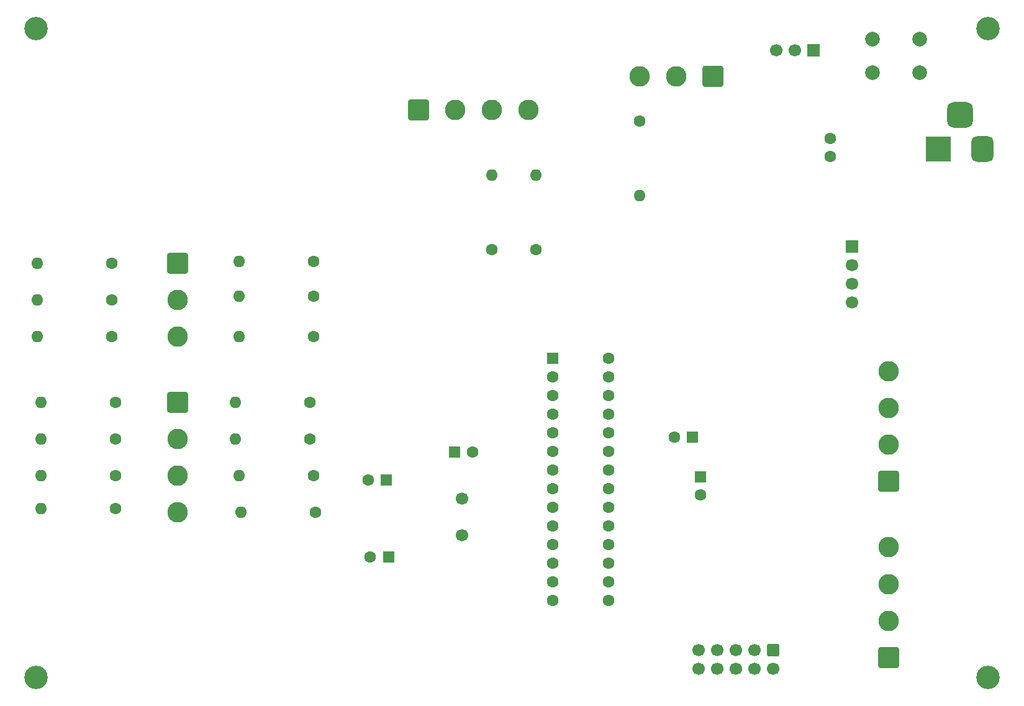
<source format=gbr>
%TF.GenerationSoftware,KiCad,Pcbnew,9.0.1*%
%TF.CreationDate,2025-09-08T04:28:44-04:00*%
%TF.ProjectId,SNAKE_GAME,534e414b-455f-4474-914d-452e6b696361,rev?*%
%TF.SameCoordinates,Original*%
%TF.FileFunction,Soldermask,Bot*%
%TF.FilePolarity,Negative*%
%FSLAX46Y46*%
G04 Gerber Fmt 4.6, Leading zero omitted, Abs format (unit mm)*
G04 Created by KiCad (PCBNEW 9.0.1) date 2025-09-08 04:28:44*
%MOMM*%
%LPD*%
G01*
G04 APERTURE LIST*
G04 Aperture macros list*
%AMRoundRect*
0 Rectangle with rounded corners*
0 $1 Rounding radius*
0 $2 $3 $4 $5 $6 $7 $8 $9 X,Y pos of 4 corners*
0 Add a 4 corners polygon primitive as box body*
4,1,4,$2,$3,$4,$5,$6,$7,$8,$9,$2,$3,0*
0 Add four circle primitives for the rounded corners*
1,1,$1+$1,$2,$3*
1,1,$1+$1,$4,$5*
1,1,$1+$1,$6,$7*
1,1,$1+$1,$8,$9*
0 Add four rect primitives between the rounded corners*
20,1,$1+$1,$2,$3,$4,$5,0*
20,1,$1+$1,$4,$5,$6,$7,0*
20,1,$1+$1,$6,$7,$8,$9,0*
20,1,$1+$1,$8,$9,$2,$3,0*%
G04 Aperture macros list end*
%ADD10O,1.600000X1.600000*%
%ADD11C,1.600000*%
%ADD12R,1.700000X1.700000*%
%ADD13C,1.700000*%
%ADD14R,1.600000X1.600000*%
%ADD15RoundRect,0.250000X-0.600000X0.600000X-0.600000X-0.600000X0.600000X-0.600000X0.600000X0.600000X0*%
%ADD16C,2.800000*%
%ADD17RoundRect,0.250001X-1.149999X1.149999X-1.149999X-1.149999X1.149999X-1.149999X1.149999X1.149999X0*%
%ADD18RoundRect,0.250000X-0.550000X-0.550000X0.550000X-0.550000X0.550000X0.550000X-0.550000X0.550000X0*%
%ADD19RoundRect,0.250001X1.149999X1.149999X-1.149999X1.149999X-1.149999X-1.149999X1.149999X-1.149999X0*%
%ADD20C,3.200000*%
%ADD21RoundRect,0.250001X-1.149999X-1.149999X1.149999X-1.149999X1.149999X1.149999X-1.149999X1.149999X0*%
%ADD22RoundRect,0.250001X1.149999X-1.149999X1.149999X1.149999X-1.149999X1.149999X-1.149999X-1.149999X0*%
%ADD23R,3.500000X3.500000*%
%ADD24RoundRect,0.750000X0.750000X1.000000X-0.750000X1.000000X-0.750000X-1.000000X0.750000X-1.000000X0*%
%ADD25RoundRect,0.875000X0.875000X0.875000X-0.875000X0.875000X-0.875000X-0.875000X0.875000X-0.875000X0*%
%ADD26C,2.000000*%
G04 APERTURE END LIST*
D10*
%TO.C,R6*%
X32420000Y60000000D03*
D11*
X42580000Y60000000D03*
%TD*%
D12*
%TO.C,J7*%
X116025000Y62050000D03*
D13*
X116025000Y59510000D03*
X116025000Y56970000D03*
X116025000Y54430000D03*
%TD*%
D14*
%TO.C,C3*%
X52815000Y19640000D03*
D11*
X50315000Y19640000D03*
%TD*%
%TO.C,R13*%
X42580000Y49750000D03*
D10*
X32420000Y49750000D03*
%TD*%
D14*
%TO.C,C1*%
X95315000Y30640000D03*
D11*
X95315000Y28140000D03*
%TD*%
%TO.C,220UF1*%
X113000000Y74250000D03*
X113000000Y76750000D03*
%TD*%
%TO.C,R2*%
X42080000Y40750000D03*
D10*
X31920000Y40750000D03*
%TD*%
D11*
%TO.C,R3*%
X42080000Y35750000D03*
D10*
X31920000Y35750000D03*
%TD*%
D11*
%TO.C,R4*%
X42580000Y30750000D03*
D10*
X32420000Y30750000D03*
%TD*%
D11*
%TO.C,R5*%
X42830000Y25750000D03*
D10*
X32670000Y25750000D03*
%TD*%
D12*
%TO.C,J3*%
X110750000Y88750000D03*
D13*
X108210000Y88750000D03*
X105670000Y88750000D03*
%TD*%
D15*
%TO.C,J4*%
X105250000Y7000000D03*
D13*
X105250000Y4460000D03*
X102710000Y7000000D03*
X102710000Y4460000D03*
X100170000Y7000000D03*
X100170000Y4460000D03*
X97630000Y7000000D03*
X97630000Y4460000D03*
X95090000Y7000000D03*
X95090000Y4460000D03*
%TD*%
D14*
%TO.C,C4*%
X61794888Y34000000D03*
D11*
X64294888Y34000000D03*
%TD*%
D16*
%TO.C,J6*%
X24000000Y25750000D03*
X24000000Y30750000D03*
X24000000Y35750000D03*
D17*
X24000000Y40750000D03*
%TD*%
D14*
%TO.C,C2*%
X52520113Y30140000D03*
D11*
X50020113Y30140000D03*
%TD*%
%TO.C,R7*%
X42580000Y55250000D03*
D10*
X32420000Y55250000D03*
%TD*%
D11*
%TO.C,R14*%
X15080000Y49750000D03*
D10*
X4920000Y49750000D03*
%TD*%
D11*
%TO.C,R15*%
X15080000Y54750000D03*
D10*
X4920000Y54750000D03*
%TD*%
D11*
%TO.C,R16*%
X15080000Y59750000D03*
D10*
X4920000Y59750000D03*
%TD*%
D11*
%TO.C,R17*%
X15580000Y26250000D03*
D10*
X5420000Y26250000D03*
%TD*%
D11*
%TO.C,R18*%
X15580000Y30750000D03*
D10*
X5420000Y30750000D03*
%TD*%
D11*
%TO.C,R19*%
X15580000Y35750000D03*
D10*
X5420000Y35750000D03*
%TD*%
D11*
%TO.C,R20*%
X15580000Y40750000D03*
D10*
X5420000Y40750000D03*
%TD*%
D11*
%TO.C,R21*%
X66875000Y61625000D03*
D10*
X66875000Y71785000D03*
%TD*%
D11*
%TO.C,R22*%
X72875000Y61545000D03*
D10*
X72875000Y71705000D03*
%TD*%
D11*
%TO.C,R24*%
X87000000Y79080000D03*
D10*
X87000000Y68920000D03*
%TD*%
D11*
%TO.C,U1*%
X82815000Y46760000D03*
X82815000Y44220000D03*
X82815000Y41680000D03*
X82815000Y39140000D03*
X82815000Y36600000D03*
X82815000Y34060000D03*
X82815000Y31520000D03*
X82815000Y28980000D03*
X82815000Y26440000D03*
X82815000Y23900000D03*
X82815000Y21360000D03*
X82815000Y18820000D03*
X82815000Y16280000D03*
X82815000Y13740000D03*
X75195000Y13740000D03*
X75195000Y16280000D03*
X75195000Y18820000D03*
X75195000Y21360000D03*
X75195000Y23900000D03*
X75195000Y26440000D03*
X75195000Y28980000D03*
X75195000Y31520000D03*
X75195000Y34060000D03*
X75195000Y36600000D03*
X75195000Y39140000D03*
X75195000Y41680000D03*
X75195000Y44220000D03*
D18*
X75195000Y46760000D03*
%TD*%
D13*
%TO.C,Y1*%
X62815000Y22640000D03*
X62815000Y27640000D03*
%TD*%
D14*
%TO.C,C5*%
X94250000Y36000000D03*
D11*
X91750000Y36000000D03*
%TD*%
D17*
%TO.C,J5*%
X24000000Y59750000D03*
D16*
X24000000Y54750000D03*
X24000000Y49750000D03*
%TD*%
D19*
%TO.C,J1*%
X97000000Y85250000D03*
D16*
X92000000Y85250000D03*
X87000000Y85250000D03*
%TD*%
D20*
%TO.C,H2*%
X134500000Y3250000D03*
%TD*%
%TO.C,H3*%
X4750000Y3250000D03*
%TD*%
D21*
%TO.C,J8*%
X56875000Y80625000D03*
D16*
X61875000Y80625000D03*
X66875000Y80625000D03*
X71875000Y80625000D03*
%TD*%
D22*
%TO.C,J9*%
X121000000Y29990000D03*
D16*
X121000000Y34990000D03*
X121000000Y39990000D03*
X121000000Y44990000D03*
%TD*%
D22*
%TO.C,J10*%
X121000000Y5990000D03*
D16*
X121000000Y10990000D03*
X121000000Y15990000D03*
X121000000Y20990000D03*
%TD*%
D23*
%TO.C,J11*%
X127750000Y75292500D03*
D24*
X133750000Y75292500D03*
D25*
X130750000Y79992500D03*
%TD*%
D20*
%TO.C,H1*%
X134500000Y91750000D03*
%TD*%
D26*
%TO.C,SW1*%
X118750000Y90250000D03*
X125250000Y90250000D03*
X118750000Y85750000D03*
X125250000Y85750000D03*
%TD*%
D20*
%TO.C,H4*%
X4750000Y91750000D03*
%TD*%
M02*

</source>
